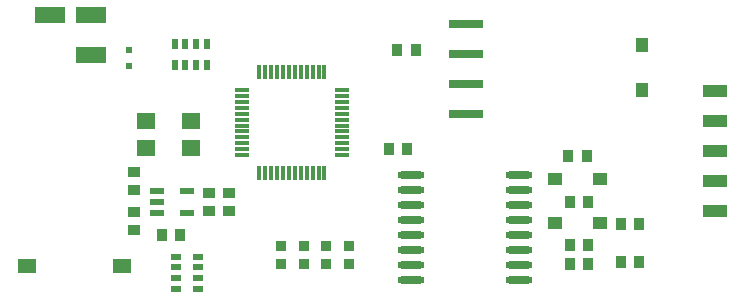
<source format=gtp>
G04*
G04 #@! TF.GenerationSoftware,Altium Limited,Altium Designer,18.1.4 (159)*
G04*
G04 Layer_Color=8421504*
%FSLAX25Y25*%
%MOIN*%
G70*
G01*
G75*
%ADD28R,0.02362X0.02362*%
%ADD29R,0.03661X0.03858*%
%ADD30R,0.11811X0.03150*%
%ADD31R,0.07874X0.03937*%
%ADD32R,0.02165X0.03740*%
%ADD33R,0.01968X0.03740*%
%ADD34R,0.03937X0.04724*%
%ADD35R,0.04724X0.03937*%
%ADD36R,0.04724X0.01181*%
%ADD37R,0.03858X0.03661*%
%ADD38R,0.05000X0.02000*%
%ADD39R,0.03740X0.02165*%
%ADD40R,0.03740X0.01968*%
%ADD41R,0.06299X0.04724*%
%ADD42O,0.09055X0.02362*%
%ADD43R,0.06299X0.05512*%
%ADD44R,0.09843X0.05512*%
%ADD45R,0.01181X0.04724*%
%ADD46R,0.03200X0.03600*%
D28*
X30165Y72373D02*
D03*
Y77963D02*
D03*
D29*
X194304Y7151D02*
D03*
X200367D02*
D03*
X177169Y6500D02*
D03*
X183231D02*
D03*
X194069Y19900D02*
D03*
X200132D02*
D03*
X177169Y27200D02*
D03*
X183231D02*
D03*
X177169Y12800D02*
D03*
X183231D02*
D03*
X123031Y44977D02*
D03*
X116969D02*
D03*
X125760Y77700D02*
D03*
X119697D02*
D03*
X41266Y16252D02*
D03*
X47329D02*
D03*
X176669Y42500D02*
D03*
X182731D02*
D03*
D30*
X142650Y86522D02*
D03*
Y66522D02*
D03*
Y56522D02*
D03*
Y76522D02*
D03*
D31*
X225600Y54290D02*
D03*
Y44290D02*
D03*
Y64290D02*
D03*
Y24290D02*
D03*
Y34290D02*
D03*
D32*
X45425Y72700D02*
D03*
X56055D02*
D03*
X45425Y79984D02*
D03*
X56055D02*
D03*
D33*
X48968Y72700D02*
D03*
X52512D02*
D03*
X48968Y79984D02*
D03*
X52512D02*
D03*
D34*
X201200Y79600D02*
D03*
Y64600D02*
D03*
D35*
X187300Y20000D02*
D03*
X172300D02*
D03*
Y34800D02*
D03*
X187300D02*
D03*
D36*
X67789Y42815D02*
D03*
Y44783D02*
D03*
Y46752D02*
D03*
X101253Y50689D02*
D03*
Y54626D02*
D03*
Y48720D02*
D03*
Y46752D02*
D03*
Y44783D02*
D03*
Y52657D02*
D03*
Y58563D02*
D03*
X67789Y52657D02*
D03*
Y58563D02*
D03*
Y60531D02*
D03*
Y62500D02*
D03*
Y54626D02*
D03*
Y56594D02*
D03*
Y64468D02*
D03*
X101253Y60531D02*
D03*
Y64468D02*
D03*
Y62500D02*
D03*
X101253Y42815D02*
D03*
X101253Y56594D02*
D03*
X67789Y50689D02*
D03*
Y48720D02*
D03*
D37*
X56853Y24149D02*
D03*
Y30212D02*
D03*
X31850Y37324D02*
D03*
Y31261D02*
D03*
Y17765D02*
D03*
Y23828D02*
D03*
X63600Y24169D02*
D03*
Y30231D02*
D03*
D38*
X49691Y23399D02*
D03*
Y30899D02*
D03*
X39691Y27199D02*
D03*
Y23399D02*
D03*
Y30899D02*
D03*
D39*
X46000Y8918D02*
D03*
Y-1712D02*
D03*
X53284Y8918D02*
D03*
Y-1712D02*
D03*
D40*
X46000Y5375D02*
D03*
Y1832D02*
D03*
X53284Y5375D02*
D03*
Y1832D02*
D03*
D41*
X-3737Y5937D02*
D03*
X27759D02*
D03*
D42*
X160131Y1300D02*
D03*
Y6300D02*
D03*
Y11300D02*
D03*
Y16300D02*
D03*
Y21300D02*
D03*
Y26300D02*
D03*
Y31300D02*
D03*
Y36300D02*
D03*
X124304Y1300D02*
D03*
Y6300D02*
D03*
Y11300D02*
D03*
Y16300D02*
D03*
Y21300D02*
D03*
Y26300D02*
D03*
Y31300D02*
D03*
Y36300D02*
D03*
D43*
X50868Y54183D02*
D03*
X35907D02*
D03*
X50868Y45128D02*
D03*
X35907D02*
D03*
D44*
X17632Y89430D02*
D03*
X3852D02*
D03*
X17632Y76045D02*
D03*
D45*
X95348Y36909D02*
D03*
Y70374D02*
D03*
X93379Y36909D02*
D03*
X83537Y36909D02*
D03*
X81568D02*
D03*
X79600Y36909D02*
D03*
X75663D02*
D03*
X73694Y36909D02*
D03*
X93379Y70374D02*
D03*
X91411D02*
D03*
X83537Y70374D02*
D03*
X81568D02*
D03*
X89442Y70374D02*
D03*
X87474Y70374D02*
D03*
X85505D02*
D03*
X77631Y70374D02*
D03*
X79600D02*
D03*
X75663D02*
D03*
X85505Y36909D02*
D03*
X77631Y36909D02*
D03*
X73694Y70374D02*
D03*
X91411Y36909D02*
D03*
X87474Y36909D02*
D03*
X89442Y36909D02*
D03*
D46*
X103589Y6530D02*
D03*
Y12630D02*
D03*
X80889Y12636D02*
D03*
Y6536D02*
D03*
X88586Y12636D02*
D03*
Y6536D02*
D03*
X95989Y12630D02*
D03*
Y6530D02*
D03*
M02*

</source>
